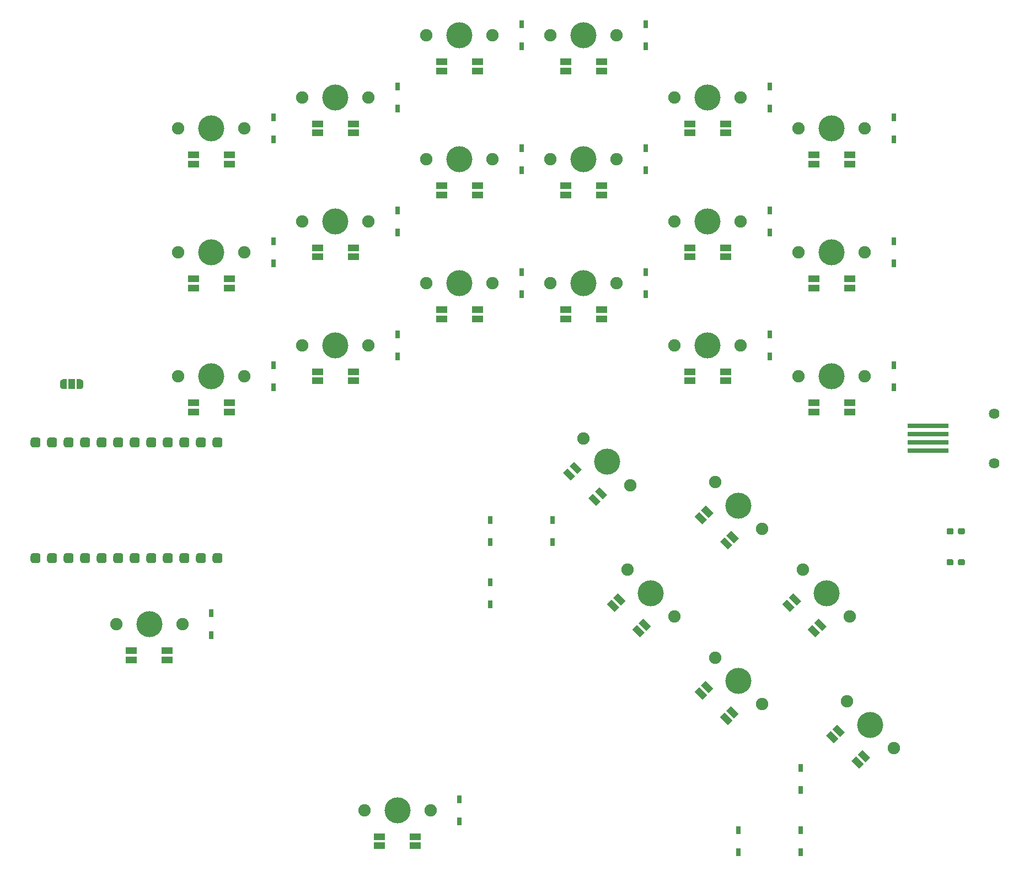
<source format=gbs>
G04 #@! TF.GenerationSoftware,KiCad,Pcbnew,(5.1.9)-1*
G04 #@! TF.CreationDate,2021-10-14T03:32:23+09:00*
G04 #@! TF.ProjectId,GraSPIntEx,47726153-5049-46e7-9445-782e6b696361,rev?*
G04 #@! TF.SameCoordinates,Original*
G04 #@! TF.FileFunction,Soldermask,Bot*
G04 #@! TF.FilePolarity,Negative*
%FSLAX46Y46*%
G04 Gerber Fmt 4.6, Leading zero omitted, Abs format (unit mm)*
G04 Created by KiCad (PCBNEW (5.1.9)-1) date 2021-10-14 03:32:23*
%MOMM*%
%LPD*%
G01*
G04 APERTURE LIST*
%ADD10C,4.000000*%
%ADD11C,1.900000*%
%ADD12R,6.350000X0.760000*%
%ADD13R,0.750000X1.200000*%
%ADD14R,1.000000X1.500000*%
%ADD15C,0.100000*%
%ADD16C,1.625000*%
%ADD17R,1.700000X1.000000*%
G04 APERTURE END LIST*
D10*
G04 #@! TO.C,SW18*
X152400000Y-85725000D03*
D11*
X147320000Y-85725000D03*
X157480000Y-85725000D03*
G04 #@! TD*
D10*
G04 #@! TO.C,SW25*
X47625000Y-123825000D03*
D11*
X42545000Y-123825000D03*
X52705000Y-123825000D03*
G04 #@! TD*
D10*
G04 #@! TO.C,SW5*
X133350000Y-42862500D03*
D11*
X128270000Y-42862500D03*
X138430000Y-42862500D03*
G04 #@! TD*
D10*
G04 #@! TO.C,SW20*
X138112500Y-105592116D03*
D11*
X134520398Y-102000014D03*
X141704602Y-109184218D03*
G04 #@! TD*
D10*
G04 #@! TO.C,SW6*
X152400000Y-47625000D03*
D11*
X147320000Y-47625000D03*
X157480000Y-47625000D03*
G04 #@! TD*
D10*
G04 #@! TO.C,SW17*
X133350000Y-80962500D03*
D11*
X128270000Y-80962500D03*
X138430000Y-80962500D03*
G04 #@! TD*
D10*
G04 #@! TO.C,SW9*
X95250000Y-52387500D03*
D11*
X90170000Y-52387500D03*
X100330000Y-52387500D03*
G04 #@! TD*
D10*
G04 #@! TO.C,SW11*
X133350000Y-61912500D03*
D11*
X128270000Y-61912500D03*
X138430000Y-61912500D03*
G04 #@! TD*
D10*
G04 #@! TO.C,SW14*
X76200000Y-80962500D03*
D11*
X71120000Y-80962500D03*
X81280000Y-80962500D03*
G04 #@! TD*
D10*
G04 #@! TO.C,SW7*
X57150000Y-66675000D03*
D11*
X52070000Y-66675000D03*
X62230000Y-66675000D03*
G04 #@! TD*
D10*
G04 #@! TO.C,SW15*
X95250000Y-71437500D03*
D11*
X90170000Y-71437500D03*
X100330000Y-71437500D03*
G04 #@! TD*
D12*
G04 #@! TO.C,J2*
X167159500Y-97155000D03*
X167159500Y-95885000D03*
X167159500Y-94615000D03*
X167159500Y-93345000D03*
G04 #@! TD*
D10*
G04 #@! TO.C,SW3*
X95250000Y-33337500D03*
D11*
X90170000Y-33337500D03*
X100330000Y-33337500D03*
G04 #@! TD*
D10*
G04 #@! TO.C,SW16*
X114300000Y-71437500D03*
D11*
X109220000Y-71437500D03*
X119380000Y-71437500D03*
G04 #@! TD*
D10*
G04 #@! TO.C,SW23*
X138112500Y-132532884D03*
D11*
X134520398Y-128940782D03*
X141704602Y-136124986D03*
G04 #@! TD*
D10*
G04 #@! TO.C,SW13*
X57150000Y-85725000D03*
D11*
X52070000Y-85725000D03*
X62230000Y-85725000D03*
G04 #@! TD*
G04 #@! TO.C,R3*
G36*
G01*
X171800000Y-109775000D02*
X171800000Y-109300000D01*
G75*
G02*
X172037500Y-109062500I237500J0D01*
G01*
X172612500Y-109062500D01*
G75*
G02*
X172850000Y-109300000I0J-237500D01*
G01*
X172850000Y-109775000D01*
G75*
G02*
X172612500Y-110012500I-237500J0D01*
G01*
X172037500Y-110012500D01*
G75*
G02*
X171800000Y-109775000I0J237500D01*
G01*
G37*
G36*
G01*
X170050000Y-109775000D02*
X170050000Y-109300000D01*
G75*
G02*
X170287500Y-109062500I237500J0D01*
G01*
X170862500Y-109062500D01*
G75*
G02*
X171100000Y-109300000I0J-237500D01*
G01*
X171100000Y-109775000D01*
G75*
G02*
X170862500Y-110012500I-237500J0D01*
G01*
X170287500Y-110012500D01*
G75*
G02*
X170050000Y-109775000I0J237500D01*
G01*
G37*
G04 #@! TD*
D10*
G04 #@! TO.C,SW1*
X57150000Y-47625000D03*
D11*
X52070000Y-47625000D03*
X62230000Y-47625000D03*
G04 #@! TD*
D10*
G04 #@! TO.C,SW2*
X76200000Y-42862500D03*
D11*
X71120000Y-42862500D03*
X81280000Y-42862500D03*
G04 #@! TD*
D10*
G04 #@! TO.C,SW4*
X114300000Y-33337500D03*
D11*
X109220000Y-33337500D03*
X119380000Y-33337500D03*
G04 #@! TD*
D10*
G04 #@! TO.C,SW21*
X124642116Y-119062500D03*
D11*
X121050014Y-115470398D03*
X128234218Y-122654602D03*
G04 #@! TD*
D10*
G04 #@! TO.C,SW10*
X114300000Y-52387500D03*
D11*
X109220000Y-52387500D03*
X119380000Y-52387500D03*
G04 #@! TD*
D10*
G04 #@! TO.C,SW8*
X76200000Y-61912500D03*
D11*
X71120000Y-61912500D03*
X81280000Y-61912500D03*
G04 #@! TD*
D10*
G04 #@! TO.C,SW22*
X151582884Y-119062500D03*
D11*
X147990782Y-115470398D03*
X155174986Y-122654602D03*
G04 #@! TD*
D10*
G04 #@! TO.C,SW26*
X85725000Y-152400000D03*
D11*
X80645000Y-152400000D03*
X90805000Y-152400000D03*
G04 #@! TD*
D10*
G04 #@! TO.C,SW19*
X117906924Y-98856924D03*
D11*
X114314822Y-95264822D03*
X121499026Y-102449026D03*
G04 #@! TD*
G04 #@! TO.C,U2*
G36*
G01*
X29781500Y-112903000D02*
X30543500Y-112903000D01*
G75*
G02*
X30924500Y-113284000I0J-381000D01*
G01*
X30924500Y-114046000D01*
G75*
G02*
X30543500Y-114427000I-381000J0D01*
G01*
X29781500Y-114427000D01*
G75*
G02*
X29400500Y-114046000I0J381000D01*
G01*
X29400500Y-113284000D01*
G75*
G02*
X29781500Y-112903000I381000J0D01*
G01*
G37*
G36*
G01*
X32321500Y-112903000D02*
X33083500Y-112903000D01*
G75*
G02*
X33464500Y-113284000I0J-381000D01*
G01*
X33464500Y-114046000D01*
G75*
G02*
X33083500Y-114427000I-381000J0D01*
G01*
X32321500Y-114427000D01*
G75*
G02*
X31940500Y-114046000I0J381000D01*
G01*
X31940500Y-113284000D01*
G75*
G02*
X32321500Y-112903000I381000J0D01*
G01*
G37*
G36*
G01*
X34861500Y-112903000D02*
X35623500Y-112903000D01*
G75*
G02*
X36004500Y-113284000I0J-381000D01*
G01*
X36004500Y-114046000D01*
G75*
G02*
X35623500Y-114427000I-381000J0D01*
G01*
X34861500Y-114427000D01*
G75*
G02*
X34480500Y-114046000I0J381000D01*
G01*
X34480500Y-113284000D01*
G75*
G02*
X34861500Y-112903000I381000J0D01*
G01*
G37*
G36*
G01*
X37401500Y-112903000D02*
X38163500Y-112903000D01*
G75*
G02*
X38544500Y-113284000I0J-381000D01*
G01*
X38544500Y-114046000D01*
G75*
G02*
X38163500Y-114427000I-381000J0D01*
G01*
X37401500Y-114427000D01*
G75*
G02*
X37020500Y-114046000I0J381000D01*
G01*
X37020500Y-113284000D01*
G75*
G02*
X37401500Y-112903000I381000J0D01*
G01*
G37*
G36*
G01*
X39941500Y-112903000D02*
X40703500Y-112903000D01*
G75*
G02*
X41084500Y-113284000I0J-381000D01*
G01*
X41084500Y-114046000D01*
G75*
G02*
X40703500Y-114427000I-381000J0D01*
G01*
X39941500Y-114427000D01*
G75*
G02*
X39560500Y-114046000I0J381000D01*
G01*
X39560500Y-113284000D01*
G75*
G02*
X39941500Y-112903000I381000J0D01*
G01*
G37*
G36*
G01*
X42481500Y-112903000D02*
X43243500Y-112903000D01*
G75*
G02*
X43624500Y-113284000I0J-381000D01*
G01*
X43624500Y-114046000D01*
G75*
G02*
X43243500Y-114427000I-381000J0D01*
G01*
X42481500Y-114427000D01*
G75*
G02*
X42100500Y-114046000I0J381000D01*
G01*
X42100500Y-113284000D01*
G75*
G02*
X42481500Y-112903000I381000J0D01*
G01*
G37*
G36*
G01*
X45021500Y-112903000D02*
X45783500Y-112903000D01*
G75*
G02*
X46164500Y-113284000I0J-381000D01*
G01*
X46164500Y-114046000D01*
G75*
G02*
X45783500Y-114427000I-381000J0D01*
G01*
X45021500Y-114427000D01*
G75*
G02*
X44640500Y-114046000I0J381000D01*
G01*
X44640500Y-113284000D01*
G75*
G02*
X45021500Y-112903000I381000J0D01*
G01*
G37*
G36*
G01*
X47561500Y-112903000D02*
X48323500Y-112903000D01*
G75*
G02*
X48704500Y-113284000I0J-381000D01*
G01*
X48704500Y-114046000D01*
G75*
G02*
X48323500Y-114427000I-381000J0D01*
G01*
X47561500Y-114427000D01*
G75*
G02*
X47180500Y-114046000I0J381000D01*
G01*
X47180500Y-113284000D01*
G75*
G02*
X47561500Y-112903000I381000J0D01*
G01*
G37*
G36*
G01*
X50101500Y-112903000D02*
X50863500Y-112903000D01*
G75*
G02*
X51244500Y-113284000I0J-381000D01*
G01*
X51244500Y-114046000D01*
G75*
G02*
X50863500Y-114427000I-381000J0D01*
G01*
X50101500Y-114427000D01*
G75*
G02*
X49720500Y-114046000I0J381000D01*
G01*
X49720500Y-113284000D01*
G75*
G02*
X50101500Y-112903000I381000J0D01*
G01*
G37*
G36*
G01*
X52641500Y-112903000D02*
X53403500Y-112903000D01*
G75*
G02*
X53784500Y-113284000I0J-381000D01*
G01*
X53784500Y-114046000D01*
G75*
G02*
X53403500Y-114427000I-381000J0D01*
G01*
X52641500Y-114427000D01*
G75*
G02*
X52260500Y-114046000I0J381000D01*
G01*
X52260500Y-113284000D01*
G75*
G02*
X52641500Y-112903000I381000J0D01*
G01*
G37*
G36*
G01*
X55181500Y-112903000D02*
X55943500Y-112903000D01*
G75*
G02*
X56324500Y-113284000I0J-381000D01*
G01*
X56324500Y-114046000D01*
G75*
G02*
X55943500Y-114427000I-381000J0D01*
G01*
X55181500Y-114427000D01*
G75*
G02*
X54800500Y-114046000I0J381000D01*
G01*
X54800500Y-113284000D01*
G75*
G02*
X55181500Y-112903000I381000J0D01*
G01*
G37*
G36*
G01*
X57721500Y-112903000D02*
X58483500Y-112903000D01*
G75*
G02*
X58864500Y-113284000I0J-381000D01*
G01*
X58864500Y-114046000D01*
G75*
G02*
X58483500Y-114427000I-381000J0D01*
G01*
X57721500Y-114427000D01*
G75*
G02*
X57340500Y-114046000I0J381000D01*
G01*
X57340500Y-113284000D01*
G75*
G02*
X57721500Y-112903000I381000J0D01*
G01*
G37*
G36*
G01*
X57721500Y-95123000D02*
X58483500Y-95123000D01*
G75*
G02*
X58864500Y-95504000I0J-381000D01*
G01*
X58864500Y-96266000D01*
G75*
G02*
X58483500Y-96647000I-381000J0D01*
G01*
X57721500Y-96647000D01*
G75*
G02*
X57340500Y-96266000I0J381000D01*
G01*
X57340500Y-95504000D01*
G75*
G02*
X57721500Y-95123000I381000J0D01*
G01*
G37*
G36*
G01*
X55181500Y-95123000D02*
X55943500Y-95123000D01*
G75*
G02*
X56324500Y-95504000I0J-381000D01*
G01*
X56324500Y-96266000D01*
G75*
G02*
X55943500Y-96647000I-381000J0D01*
G01*
X55181500Y-96647000D01*
G75*
G02*
X54800500Y-96266000I0J381000D01*
G01*
X54800500Y-95504000D01*
G75*
G02*
X55181500Y-95123000I381000J0D01*
G01*
G37*
G36*
G01*
X52641500Y-95123000D02*
X53403500Y-95123000D01*
G75*
G02*
X53784500Y-95504000I0J-381000D01*
G01*
X53784500Y-96266000D01*
G75*
G02*
X53403500Y-96647000I-381000J0D01*
G01*
X52641500Y-96647000D01*
G75*
G02*
X52260500Y-96266000I0J381000D01*
G01*
X52260500Y-95504000D01*
G75*
G02*
X52641500Y-95123000I381000J0D01*
G01*
G37*
G36*
G01*
X50101500Y-95123000D02*
X50863500Y-95123000D01*
G75*
G02*
X51244500Y-95504000I0J-381000D01*
G01*
X51244500Y-96266000D01*
G75*
G02*
X50863500Y-96647000I-381000J0D01*
G01*
X50101500Y-96647000D01*
G75*
G02*
X49720500Y-96266000I0J381000D01*
G01*
X49720500Y-95504000D01*
G75*
G02*
X50101500Y-95123000I381000J0D01*
G01*
G37*
G36*
G01*
X47561500Y-95123000D02*
X48323500Y-95123000D01*
G75*
G02*
X48704500Y-95504000I0J-381000D01*
G01*
X48704500Y-96266000D01*
G75*
G02*
X48323500Y-96647000I-381000J0D01*
G01*
X47561500Y-96647000D01*
G75*
G02*
X47180500Y-96266000I0J381000D01*
G01*
X47180500Y-95504000D01*
G75*
G02*
X47561500Y-95123000I381000J0D01*
G01*
G37*
G36*
G01*
X45021500Y-95123000D02*
X45783500Y-95123000D01*
G75*
G02*
X46164500Y-95504000I0J-381000D01*
G01*
X46164500Y-96266000D01*
G75*
G02*
X45783500Y-96647000I-381000J0D01*
G01*
X45021500Y-96647000D01*
G75*
G02*
X44640500Y-96266000I0J381000D01*
G01*
X44640500Y-95504000D01*
G75*
G02*
X45021500Y-95123000I381000J0D01*
G01*
G37*
G36*
G01*
X42481500Y-95123000D02*
X43243500Y-95123000D01*
G75*
G02*
X43624500Y-95504000I0J-381000D01*
G01*
X43624500Y-96266000D01*
G75*
G02*
X43243500Y-96647000I-381000J0D01*
G01*
X42481500Y-96647000D01*
G75*
G02*
X42100500Y-96266000I0J381000D01*
G01*
X42100500Y-95504000D01*
G75*
G02*
X42481500Y-95123000I381000J0D01*
G01*
G37*
G36*
G01*
X39941500Y-95123000D02*
X40703500Y-95123000D01*
G75*
G02*
X41084500Y-95504000I0J-381000D01*
G01*
X41084500Y-96266000D01*
G75*
G02*
X40703500Y-96647000I-381000J0D01*
G01*
X39941500Y-96647000D01*
G75*
G02*
X39560500Y-96266000I0J381000D01*
G01*
X39560500Y-95504000D01*
G75*
G02*
X39941500Y-95123000I381000J0D01*
G01*
G37*
G36*
G01*
X37401500Y-95123000D02*
X38163500Y-95123000D01*
G75*
G02*
X38544500Y-95504000I0J-381000D01*
G01*
X38544500Y-96266000D01*
G75*
G02*
X38163500Y-96647000I-381000J0D01*
G01*
X37401500Y-96647000D01*
G75*
G02*
X37020500Y-96266000I0J381000D01*
G01*
X37020500Y-95504000D01*
G75*
G02*
X37401500Y-95123000I381000J0D01*
G01*
G37*
G36*
G01*
X34861500Y-95123000D02*
X35623500Y-95123000D01*
G75*
G02*
X36004500Y-95504000I0J-381000D01*
G01*
X36004500Y-96266000D01*
G75*
G02*
X35623500Y-96647000I-381000J0D01*
G01*
X34861500Y-96647000D01*
G75*
G02*
X34480500Y-96266000I0J381000D01*
G01*
X34480500Y-95504000D01*
G75*
G02*
X34861500Y-95123000I381000J0D01*
G01*
G37*
G36*
G01*
X32321500Y-95123000D02*
X33083500Y-95123000D01*
G75*
G02*
X33464500Y-95504000I0J-381000D01*
G01*
X33464500Y-96266000D01*
G75*
G02*
X33083500Y-96647000I-381000J0D01*
G01*
X32321500Y-96647000D01*
G75*
G02*
X31940500Y-96266000I0J381000D01*
G01*
X31940500Y-95504000D01*
G75*
G02*
X32321500Y-95123000I381000J0D01*
G01*
G37*
G36*
G01*
X29781500Y-95123000D02*
X30543500Y-95123000D01*
G75*
G02*
X30924500Y-95504000I0J-381000D01*
G01*
X30924500Y-96266000D01*
G75*
G02*
X30543500Y-96647000I-381000J0D01*
G01*
X29781500Y-96647000D01*
G75*
G02*
X29400500Y-96266000I0J381000D01*
G01*
X29400500Y-95504000D01*
G75*
G02*
X29781500Y-95123000I381000J0D01*
G01*
G37*
G04 #@! TD*
D10*
G04 #@! TO.C,SW12*
X152400000Y-66675000D03*
D11*
X147320000Y-66675000D03*
X157480000Y-66675000D03*
G04 #@! TD*
G04 #@! TO.C,R4*
G36*
G01*
X171800000Y-114537500D02*
X171800000Y-114062500D01*
G75*
G02*
X172037500Y-113825000I237500J0D01*
G01*
X172612500Y-113825000D01*
G75*
G02*
X172850000Y-114062500I0J-237500D01*
G01*
X172850000Y-114537500D01*
G75*
G02*
X172612500Y-114775000I-237500J0D01*
G01*
X172037500Y-114775000D01*
G75*
G02*
X171800000Y-114537500I0J237500D01*
G01*
G37*
G36*
G01*
X170050000Y-114537500D02*
X170050000Y-114062500D01*
G75*
G02*
X170287500Y-113825000I237500J0D01*
G01*
X170862500Y-113825000D01*
G75*
G02*
X171100000Y-114062500I0J-237500D01*
G01*
X171100000Y-114537500D01*
G75*
G02*
X170862500Y-114775000I-237500J0D01*
G01*
X170287500Y-114775000D01*
G75*
G02*
X170050000Y-114537500I0J237500D01*
G01*
G37*
G04 #@! TD*
D10*
G04 #@! TO.C,SW24*
X158318076Y-139268076D03*
D11*
X154725974Y-135675974D03*
X161910178Y-142860178D03*
G04 #@! TD*
D13*
G04 #@! TO.C,D12*
X161925000Y-45925000D03*
X161925000Y-49325000D03*
G04 #@! TD*
G04 #@! TO.C,D4*
X85725000Y-41162500D03*
X85725000Y-44562500D03*
G04 #@! TD*
G04 #@! TO.C,D30*
X104775000Y-69737500D03*
X104775000Y-73137500D03*
G04 #@! TD*
G04 #@! TO.C,D10*
X142875000Y-41162500D03*
X142875000Y-44562500D03*
G04 #@! TD*
G04 #@! TO.C,D20*
X123825000Y-50687500D03*
X123825000Y-54087500D03*
G04 #@! TD*
G04 #@! TO.C,D16*
X85725000Y-60212500D03*
X85725000Y-63612500D03*
G04 #@! TD*
G04 #@! TO.C,D18*
X104775000Y-50687500D03*
X104775000Y-54087500D03*
G04 #@! TD*
G04 #@! TO.C,D6*
X104775000Y-31637500D03*
X104775000Y-35037500D03*
G04 #@! TD*
G04 #@! TO.C,D2*
X66675000Y-45925000D03*
X66675000Y-49325000D03*
G04 #@! TD*
G04 #@! TO.C,D26*
X66675000Y-84025000D03*
X66675000Y-87425000D03*
G04 #@! TD*
G04 #@! TO.C,D8*
X123825000Y-31637500D03*
X123825000Y-35037500D03*
G04 #@! TD*
G04 #@! TO.C,D14*
X66675000Y-64975000D03*
X66675000Y-68375000D03*
G04 #@! TD*
G04 #@! TO.C,D22*
X142875000Y-60212500D03*
X142875000Y-63612500D03*
G04 #@! TD*
G04 #@! TO.C,D28*
X85725000Y-79262500D03*
X85725000Y-82662500D03*
G04 #@! TD*
G04 #@! TO.C,D24*
X161925000Y-64975000D03*
X161925000Y-68375000D03*
G04 #@! TD*
G04 #@! TO.C,D32*
X123825000Y-69737500D03*
X123825000Y-73137500D03*
G04 #@! TD*
G04 #@! TO.C,D36*
X161925000Y-84025000D03*
X161925000Y-87425000D03*
G04 #@! TD*
G04 #@! TO.C,D38*
X100012500Y-107837500D03*
X100012500Y-111237500D03*
G04 #@! TD*
G04 #@! TO.C,D40*
X109537500Y-107837500D03*
X109537500Y-111237500D03*
G04 #@! TD*
G04 #@! TO.C,D42*
X100012500Y-117362500D03*
X100012500Y-120762500D03*
G04 #@! TD*
G04 #@! TO.C,D44*
X147637500Y-145937500D03*
X147637500Y-149337500D03*
G04 #@! TD*
G04 #@! TO.C,D46*
X138112500Y-155462500D03*
X138112500Y-158862500D03*
G04 #@! TD*
G04 #@! TO.C,D48*
X147637500Y-155462500D03*
X147637500Y-158862500D03*
G04 #@! TD*
G04 #@! TO.C,D34*
X142875000Y-79262500D03*
X142875000Y-82662500D03*
G04 #@! TD*
G04 #@! TO.C,D50*
X57150000Y-122125000D03*
X57150000Y-125525000D03*
G04 #@! TD*
G04 #@! TO.C,D52*
X95250000Y-150700000D03*
X95250000Y-154100000D03*
G04 #@! TD*
D14*
G04 #@! TO.C,JP2*
X35718750Y-86915625D03*
D15*
G36*
X37018750Y-86166227D02*
G01*
X37043284Y-86166227D01*
X37092115Y-86171037D01*
X37140240Y-86180609D01*
X37187195Y-86194853D01*
X37232528Y-86213630D01*
X37275801Y-86236761D01*
X37316600Y-86264021D01*
X37354529Y-86295149D01*
X37389226Y-86329846D01*
X37420354Y-86367775D01*
X37447614Y-86408574D01*
X37470745Y-86451847D01*
X37489522Y-86497180D01*
X37503766Y-86544135D01*
X37513338Y-86592260D01*
X37518148Y-86641091D01*
X37518148Y-86665625D01*
X37518750Y-86665625D01*
X37518750Y-87165625D01*
X37518148Y-87165625D01*
X37518148Y-87190159D01*
X37513338Y-87238990D01*
X37503766Y-87287115D01*
X37489522Y-87334070D01*
X37470745Y-87379403D01*
X37447614Y-87422676D01*
X37420354Y-87463475D01*
X37389226Y-87501404D01*
X37354529Y-87536101D01*
X37316600Y-87567229D01*
X37275801Y-87594489D01*
X37232528Y-87617620D01*
X37187195Y-87636397D01*
X37140240Y-87650641D01*
X37092115Y-87660213D01*
X37043284Y-87665023D01*
X37018750Y-87665023D01*
X37018750Y-87665625D01*
X36468750Y-87665625D01*
X36468750Y-86165625D01*
X37018750Y-86165625D01*
X37018750Y-86166227D01*
G37*
G36*
X34968750Y-87665625D02*
G01*
X34418750Y-87665625D01*
X34418750Y-87665023D01*
X34394216Y-87665023D01*
X34345385Y-87660213D01*
X34297260Y-87650641D01*
X34250305Y-87636397D01*
X34204972Y-87617620D01*
X34161699Y-87594489D01*
X34120900Y-87567229D01*
X34082971Y-87536101D01*
X34048274Y-87501404D01*
X34017146Y-87463475D01*
X33989886Y-87422676D01*
X33966755Y-87379403D01*
X33947978Y-87334070D01*
X33933734Y-87287115D01*
X33924162Y-87238990D01*
X33919352Y-87190159D01*
X33919352Y-87165625D01*
X33918750Y-87165625D01*
X33918750Y-86665625D01*
X33919352Y-86665625D01*
X33919352Y-86641091D01*
X33924162Y-86592260D01*
X33933734Y-86544135D01*
X33947978Y-86497180D01*
X33966755Y-86451847D01*
X33989886Y-86408574D01*
X34017146Y-86367775D01*
X34048274Y-86329846D01*
X34082971Y-86295149D01*
X34120900Y-86264021D01*
X34161699Y-86236761D01*
X34204972Y-86213630D01*
X34250305Y-86194853D01*
X34297260Y-86180609D01*
X34345385Y-86171037D01*
X34394216Y-86166227D01*
X34418750Y-86166227D01*
X34418750Y-86165625D01*
X34968750Y-86165625D01*
X34968750Y-87665625D01*
G37*
G04 #@! TD*
D16*
G04 #@! TO.C,J1*
X177384500Y-91440000D03*
X177384500Y-99060000D03*
G04 #@! TD*
D17*
G04 #@! TO.C,LED29*
X98000000Y-37400000D03*
X98000000Y-38800000D03*
X92500000Y-37400000D03*
X92500000Y-38800000D03*
G04 #@! TD*
G04 #@! TO.C,LED33*
X149650000Y-72137500D03*
X149650000Y-70737500D03*
X155150000Y-72137500D03*
X155150000Y-70737500D03*
G04 #@! TD*
G04 #@! TO.C,LED30*
X117050000Y-37400000D03*
X117050000Y-38800000D03*
X111550000Y-37400000D03*
X111550000Y-38800000D03*
G04 #@! TD*
G04 #@! TO.C,LED40*
X78950000Y-85025000D03*
X78950000Y-86425000D03*
X73450000Y-85025000D03*
X73450000Y-86425000D03*
G04 #@! TD*
G04 #@! TO.C,LED42*
X117050000Y-75500000D03*
X117050000Y-76900000D03*
X111550000Y-75500000D03*
X111550000Y-76900000D03*
G04 #@! TD*
G04 #@! TO.C,LED44*
X155150000Y-89787500D03*
X155150000Y-91187500D03*
X149650000Y-89787500D03*
X149650000Y-91187500D03*
G04 #@! TD*
D15*
G04 #@! TO.C,LED46*
G36*
X133259980Y-134698398D02*
G01*
X132552873Y-135405505D01*
X131350792Y-134203424D01*
X132057899Y-133496317D01*
X133259980Y-134698398D01*
G37*
G36*
X134249929Y-133708449D02*
G01*
X133542822Y-134415556D01*
X132340741Y-133213475D01*
X133047848Y-132506368D01*
X134249929Y-133708449D01*
G37*
G36*
X137149067Y-138587485D02*
G01*
X136441960Y-139294592D01*
X135239879Y-138092511D01*
X135946986Y-137385404D01*
X137149067Y-138587485D01*
G37*
G36*
X138139016Y-137597536D02*
G01*
X137431909Y-138304643D01*
X136229828Y-137102562D01*
X136936935Y-136395455D01*
X138139016Y-137597536D01*
G37*
G04 #@! TD*
G04 #@! TO.C,LED48*
G36*
X119789596Y-121228014D02*
G01*
X119082489Y-121935121D01*
X117880408Y-120733040D01*
X118587515Y-120025933D01*
X119789596Y-121228014D01*
G37*
G36*
X120779545Y-120238065D02*
G01*
X120072438Y-120945172D01*
X118870357Y-119743091D01*
X119577464Y-119035984D01*
X120779545Y-120238065D01*
G37*
G36*
X123678683Y-125117101D02*
G01*
X122971576Y-125824208D01*
X121769495Y-124622127D01*
X122476602Y-123915020D01*
X123678683Y-125117101D01*
G37*
G36*
X124668632Y-124127152D02*
G01*
X123961525Y-124834259D01*
X122759444Y-123632178D01*
X123466551Y-122925071D01*
X124668632Y-124127152D01*
G37*
G04 #@! TD*
D17*
G04 #@! TO.C,LED51*
X50375000Y-127887500D03*
X50375000Y-129287500D03*
X44875000Y-127887500D03*
X44875000Y-129287500D03*
G04 #@! TD*
G04 #@! TO.C,LED32*
X155150000Y-51687500D03*
X155150000Y-53087500D03*
X149650000Y-51687500D03*
X149650000Y-53087500D03*
G04 #@! TD*
G04 #@! TO.C,LED34*
X130600000Y-67375000D03*
X130600000Y-65975000D03*
X136100000Y-67375000D03*
X136100000Y-65975000D03*
G04 #@! TD*
G04 #@! TO.C,LED28*
X78950000Y-46925000D03*
X78950000Y-48325000D03*
X73450000Y-46925000D03*
X73450000Y-48325000D03*
G04 #@! TD*
G04 #@! TO.C,LED31*
X136100000Y-46925000D03*
X136100000Y-48325000D03*
X130600000Y-46925000D03*
X130600000Y-48325000D03*
G04 #@! TD*
G04 #@! TO.C,LED35*
X111550000Y-57850000D03*
X111550000Y-56450000D03*
X117050000Y-57850000D03*
X117050000Y-56450000D03*
G04 #@! TD*
G04 #@! TO.C,LED27*
X59900000Y-51687500D03*
X59900000Y-53087500D03*
X54400000Y-51687500D03*
X54400000Y-53087500D03*
G04 #@! TD*
G04 #@! TO.C,LED36*
X92500000Y-57850000D03*
X92500000Y-56450000D03*
X98000000Y-57850000D03*
X98000000Y-56450000D03*
G04 #@! TD*
G04 #@! TO.C,LED37*
X73450000Y-67375000D03*
X73450000Y-65975000D03*
X78950000Y-67375000D03*
X78950000Y-65975000D03*
G04 #@! TD*
G04 #@! TO.C,LED38*
X54400000Y-72137500D03*
X54400000Y-70737500D03*
X59900000Y-72137500D03*
X59900000Y-70737500D03*
G04 #@! TD*
G04 #@! TO.C,LED39*
X59900000Y-89787500D03*
X59900000Y-91187500D03*
X54400000Y-89787500D03*
X54400000Y-91187500D03*
G04 #@! TD*
G04 #@! TO.C,LED41*
X98000000Y-75500000D03*
X98000000Y-76900000D03*
X92500000Y-75500000D03*
X92500000Y-76900000D03*
G04 #@! TD*
G04 #@! TO.C,LED43*
X136100000Y-85025000D03*
X136100000Y-86425000D03*
X130600000Y-85025000D03*
X130600000Y-86425000D03*
G04 #@! TD*
D15*
G04 #@! TO.C,LED45*
G36*
X153465556Y-141433590D02*
G01*
X152758449Y-142140697D01*
X151556368Y-140938616D01*
X152263475Y-140231509D01*
X153465556Y-141433590D01*
G37*
G36*
X154455505Y-140443641D02*
G01*
X153748398Y-141150748D01*
X152546317Y-139948667D01*
X153253424Y-139241560D01*
X154455505Y-140443641D01*
G37*
G36*
X157354643Y-145322677D02*
G01*
X156647536Y-146029784D01*
X155445455Y-144827703D01*
X156152562Y-144120596D01*
X157354643Y-145322677D01*
G37*
G36*
X158344592Y-144332728D02*
G01*
X157637485Y-145039835D01*
X156435404Y-143837754D01*
X157142511Y-143130647D01*
X158344592Y-144332728D01*
G37*
G04 #@! TD*
G04 #@! TO.C,LED47*
G36*
X146730364Y-121228014D02*
G01*
X146023257Y-121935121D01*
X144821176Y-120733040D01*
X145528283Y-120025933D01*
X146730364Y-121228014D01*
G37*
G36*
X147720313Y-120238065D02*
G01*
X147013206Y-120945172D01*
X145811125Y-119743091D01*
X146518232Y-119035984D01*
X147720313Y-120238065D01*
G37*
G36*
X150619451Y-125117101D02*
G01*
X149912344Y-125824208D01*
X148710263Y-124622127D01*
X149417370Y-123915020D01*
X150619451Y-125117101D01*
G37*
G36*
X151609400Y-124127152D02*
G01*
X150902293Y-124834259D01*
X149700212Y-123632178D01*
X150407319Y-122925071D01*
X151609400Y-124127152D01*
G37*
G04 #@! TD*
G04 #@! TO.C,LED49*
G36*
X133259980Y-107757630D02*
G01*
X132552873Y-108464737D01*
X131350792Y-107262656D01*
X132057899Y-106555549D01*
X133259980Y-107757630D01*
G37*
G36*
X134249929Y-106767681D02*
G01*
X133542822Y-107474788D01*
X132340741Y-106272707D01*
X133047848Y-105565600D01*
X134249929Y-106767681D01*
G37*
G36*
X137149067Y-111646717D02*
G01*
X136441960Y-112353824D01*
X135239879Y-111151743D01*
X135946986Y-110444636D01*
X137149067Y-111646717D01*
G37*
G36*
X138139016Y-110656768D02*
G01*
X137431909Y-111363875D01*
X136229828Y-110161794D01*
X136936935Y-109454687D01*
X138139016Y-110656768D01*
G37*
G04 #@! TD*
G04 #@! TO.C,LED50*
G36*
X113054404Y-101022438D02*
G01*
X112347297Y-101729545D01*
X111145216Y-100527464D01*
X111852323Y-99820357D01*
X113054404Y-101022438D01*
G37*
G36*
X114044353Y-100032489D02*
G01*
X113337246Y-100739596D01*
X112135165Y-99537515D01*
X112842272Y-98830408D01*
X114044353Y-100032489D01*
G37*
G36*
X116943491Y-104911525D02*
G01*
X116236384Y-105618632D01*
X115034303Y-104416551D01*
X115741410Y-103709444D01*
X116943491Y-104911525D01*
G37*
G36*
X117933440Y-103921576D02*
G01*
X117226333Y-104628683D01*
X116024252Y-103426602D01*
X116731359Y-102719495D01*
X117933440Y-103921576D01*
G37*
G04 #@! TD*
D17*
G04 #@! TO.C,LED52*
X88475000Y-156462500D03*
X88475000Y-157862500D03*
X82975000Y-156462500D03*
X82975000Y-157862500D03*
G04 #@! TD*
M02*

</source>
